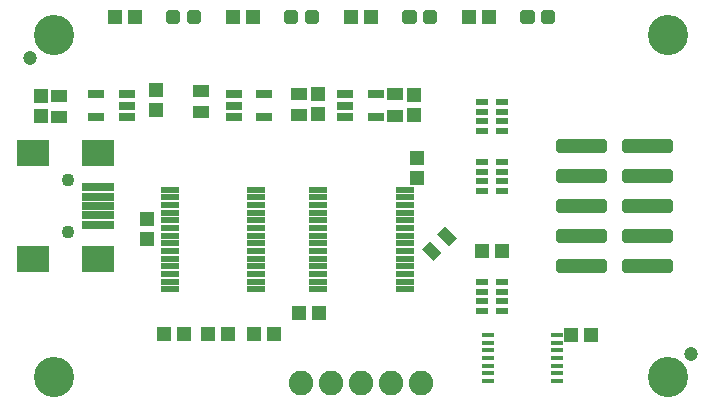
<source format=gbr>
G04 EAGLE Gerber RS-274X export*
G75*
%MOMM*%
%FSLAX34Y34*%
%LPD*%
%INSoldermask Top*%
%IPPOS*%
%AMOC8*
5,1,8,0,0,1.08239X$1,22.5*%
G01*
%ADD10R,1.303200X1.203200*%
%ADD11C,0.505344*%
%ADD12R,1.203200X1.303200*%
%ADD13R,1.000000X0.450000*%
%ADD14R,1.403200X1.003200*%
%ADD15R,1.103200X0.628200*%
%ADD16R,1.600200X0.551200*%
%ADD17R,1.403200X0.753200*%
%ADD18R,2.703200X0.703200*%
%ADD19R,2.703200X2.203200*%
%ADD20C,1.103200*%
%ADD21C,1.203200*%
%ADD22C,2.082800*%
%ADD23C,0.697853*%
%ADD24R,1.003200X1.403200*%
%ADD25C,3.403200*%


D10*
X226630Y76620D03*
X209630Y76620D03*
D11*
X155280Y341510D02*
X155280Y348490D01*
X162260Y348490D01*
X162260Y341510D01*
X155280Y341510D01*
X155280Y346310D02*
X162260Y346310D01*
X137740Y348490D02*
X137740Y341510D01*
X137740Y348490D02*
X144720Y348490D01*
X144720Y341510D01*
X137740Y341510D01*
X137740Y346310D02*
X144720Y346310D01*
D10*
X108500Y345000D03*
X91500Y345000D03*
D12*
X347670Y208543D03*
X347670Y225543D03*
D10*
X264730Y94620D03*
X247730Y94620D03*
X419670Y146470D03*
X402670Y146470D03*
D11*
X355280Y341510D02*
X355280Y348490D01*
X362260Y348490D01*
X362260Y341510D01*
X355280Y341510D01*
X355280Y346310D02*
X362260Y346310D01*
X337740Y348490D02*
X337740Y341510D01*
X337740Y348490D02*
X344720Y348490D01*
X344720Y341510D01*
X337740Y341510D01*
X337740Y346310D02*
X344720Y346310D01*
D10*
X308500Y345000D03*
X291500Y345000D03*
D11*
X455280Y341510D02*
X455280Y348490D01*
X462260Y348490D01*
X462260Y341510D01*
X455280Y341510D01*
X455280Y346310D02*
X462260Y346310D01*
X437740Y348490D02*
X437740Y341510D01*
X437740Y348490D02*
X444720Y348490D01*
X444720Y341510D01*
X437740Y341510D01*
X437740Y346310D02*
X444720Y346310D01*
D10*
X408500Y345000D03*
X391500Y345000D03*
X150430Y76620D03*
X133430Y76620D03*
D12*
X127000Y266455D03*
X127000Y283455D03*
D13*
X407320Y75800D03*
X407320Y69300D03*
X407320Y62800D03*
X407320Y56300D03*
X407320Y49800D03*
X407320Y43300D03*
X407320Y36800D03*
X465820Y36800D03*
X465820Y43300D03*
X465820Y49800D03*
X465820Y56300D03*
X465820Y62800D03*
X465820Y69300D03*
X465820Y75800D03*
D10*
X477981Y75477D03*
X494981Y75477D03*
X208500Y345000D03*
X191500Y345000D03*
X187260Y76620D03*
X170260Y76620D03*
D14*
X247396Y279891D03*
X247396Y261891D03*
X328620Y279383D03*
X328620Y261383D03*
X44704Y278367D03*
X44704Y260367D03*
D11*
X255280Y341510D02*
X255280Y348490D01*
X262260Y348490D01*
X262260Y341510D01*
X255280Y341510D01*
X255280Y346310D02*
X262260Y346310D01*
X237740Y348490D02*
X237740Y341510D01*
X237740Y348490D02*
X244720Y348490D01*
X244720Y341510D01*
X237740Y341510D01*
X237740Y346310D02*
X244720Y346310D01*
D15*
X402670Y120370D03*
X402670Y112370D03*
X402670Y104370D03*
X402670Y96370D03*
X419670Y96370D03*
X419670Y104370D03*
X419670Y112370D03*
X419670Y120370D03*
X402670Y272770D03*
X402670Y264770D03*
X402670Y256770D03*
X402670Y248770D03*
X419670Y248770D03*
X419670Y256770D03*
X419670Y264770D03*
X419670Y272770D03*
X402670Y221970D03*
X402670Y213970D03*
X402670Y205970D03*
X402670Y197970D03*
X419670Y197970D03*
X419670Y205970D03*
X419670Y213970D03*
X419670Y221970D03*
D16*
X264120Y198880D03*
X264120Y192380D03*
X264120Y185880D03*
X264120Y179380D03*
X264120Y172880D03*
X264120Y166380D03*
X264120Y159880D03*
X264120Y153380D03*
X264120Y146880D03*
X264120Y140380D03*
X264120Y133880D03*
X264120Y127380D03*
X264120Y120880D03*
X264120Y114380D03*
X337240Y114380D03*
X337240Y120880D03*
X337240Y127380D03*
X337240Y133880D03*
X337240Y140380D03*
X337240Y146880D03*
X337240Y153380D03*
X337240Y159880D03*
X337240Y166380D03*
X337240Y172880D03*
X337240Y179380D03*
X337240Y185880D03*
X337240Y192380D03*
X337240Y198880D03*
D17*
X101901Y260375D03*
X101901Y269875D03*
X101901Y279375D03*
X75899Y279375D03*
X75899Y260375D03*
X286999Y279375D03*
X286999Y269875D03*
X286999Y260375D03*
X313001Y260375D03*
X313001Y279375D03*
X192429Y279375D03*
X192429Y269875D03*
X192429Y260375D03*
X218431Y260375D03*
X218431Y279375D03*
D16*
X138390Y114380D03*
X138390Y120880D03*
X138390Y127380D03*
X138390Y133880D03*
X138390Y140380D03*
X138390Y146880D03*
X138390Y153380D03*
X138390Y166380D03*
X138390Y159880D03*
X138390Y172880D03*
X138390Y179380D03*
X138390Y185880D03*
X138390Y192380D03*
X138390Y198880D03*
X211510Y114380D03*
X211510Y120880D03*
X211510Y127380D03*
X211510Y133880D03*
X211510Y140380D03*
X211510Y146880D03*
X211510Y153380D03*
X211510Y159880D03*
X211510Y166380D03*
X211510Y172880D03*
X211510Y179380D03*
X211510Y185880D03*
X211510Y192380D03*
X211510Y198880D03*
D18*
X77500Y185000D03*
X77500Y193000D03*
X77500Y169000D03*
X77500Y177000D03*
D19*
X22500Y140000D03*
X22500Y230000D03*
X77500Y140000D03*
X77500Y230000D03*
D18*
X77500Y201000D03*
D20*
X52500Y207000D03*
X52500Y163000D03*
D21*
X20000Y310000D03*
X580000Y60000D03*
D22*
X350800Y35000D03*
X325400Y35000D03*
X300000Y35000D03*
X274600Y35000D03*
X249200Y35000D03*
D23*
X468783Y233273D02*
X505337Y233273D01*
X468783Y233273D02*
X468783Y238327D01*
X505337Y238327D01*
X505337Y233273D01*
X524663Y233273D02*
X561217Y233273D01*
X524663Y233273D02*
X524663Y238327D01*
X561217Y238327D01*
X561217Y233273D01*
X505337Y207873D02*
X468783Y207873D01*
X468783Y212927D01*
X505337Y212927D01*
X505337Y207873D01*
X524663Y207873D02*
X561217Y207873D01*
X524663Y207873D02*
X524663Y212927D01*
X561217Y212927D01*
X561217Y207873D01*
X505337Y182473D02*
X468783Y182473D01*
X468783Y187527D01*
X505337Y187527D01*
X505337Y182473D01*
X524663Y182473D02*
X561217Y182473D01*
X524663Y182473D02*
X524663Y187527D01*
X561217Y187527D01*
X561217Y182473D01*
X505337Y157073D02*
X468783Y157073D01*
X468783Y162127D01*
X505337Y162127D01*
X505337Y157073D01*
X524663Y157073D02*
X561217Y157073D01*
X524663Y157073D02*
X524663Y162127D01*
X561217Y162127D01*
X561217Y157073D01*
X505337Y131673D02*
X468783Y131673D01*
X468783Y136727D01*
X505337Y136727D01*
X505337Y131673D01*
X524663Y131673D02*
X561217Y131673D01*
X524663Y131673D02*
X524663Y136727D01*
X561217Y136727D01*
X561217Y131673D01*
D12*
X29464Y277740D03*
X29464Y260740D03*
X345440Y278756D03*
X345440Y261756D03*
X263652Y280026D03*
X263652Y263026D03*
D24*
G36*
X368665Y145384D02*
X361572Y138291D01*
X351651Y148212D01*
X358744Y155305D01*
X368665Y145384D01*
G37*
G36*
X381393Y158112D02*
X374300Y151019D01*
X364379Y160940D01*
X371472Y168033D01*
X381393Y158112D01*
G37*
D12*
X119070Y174020D03*
X119070Y157020D03*
D14*
X164846Y282177D03*
X164846Y264177D03*
D25*
X40000Y40000D03*
X560000Y40000D03*
X560000Y330000D03*
X40000Y330000D03*
M02*

</source>
